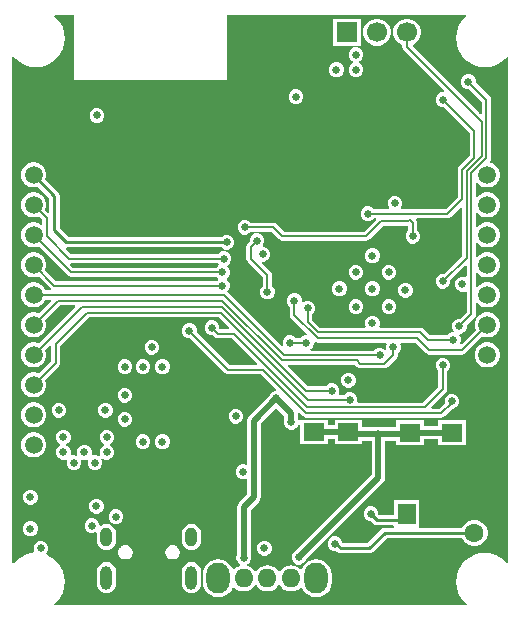
<source format=gbl>
G04*
G04 #@! TF.GenerationSoftware,Altium Limited,Altium Designer,22.11.1 (43)*
G04*
G04 Layer_Physical_Order=4*
G04 Layer_Color=16711680*
%FSLAX25Y25*%
%MOIN*%
G70*
G04*
G04 #@! TF.SameCoordinates,CE4FA216-54C7-4044-9C64-AD491F851F59*
G04*
G04*
G04 #@! TF.FilePolarity,Positive*
G04*
G01*
G75*
%ADD11C,0.01000*%
%ADD13C,0.00600*%
%ADD82C,0.06299*%
%ADD86R,0.05847X0.06803*%
%ADD87C,0.02000*%
%ADD90O,0.06299X0.06299*%
%ADD91O,0.07874X0.10236*%
%ADD92R,0.06693X0.06693*%
%ADD93C,0.06693*%
%ADD94O,0.03937X0.07874*%
%ADD95O,0.03937X0.06299*%
%ADD96C,0.05906*%
%ADD97C,0.02500*%
%ADD108R,0.06803X0.05847*%
G36*
X151410Y196380D02*
X150678Y195779D01*
X149481Y194321D01*
X148592Y192658D01*
X148045Y190853D01*
X147860Y188976D01*
X148045Y187100D01*
X148592Y185295D01*
X149481Y183632D01*
X150678Y182174D01*
X152136Y180977D01*
X153799Y180088D01*
X155604Y179541D01*
X157480Y179356D01*
X159357Y179541D01*
X161162Y180088D01*
X162825Y180977D01*
X164283Y182174D01*
X164884Y182906D01*
X165354Y182737D01*
Y14113D01*
X164884Y13945D01*
X164283Y14677D01*
X162825Y15873D01*
X161162Y16762D01*
X159357Y17310D01*
X157480Y17494D01*
X155604Y17310D01*
X153799Y16762D01*
X152136Y15873D01*
X150678Y14677D01*
X149481Y13219D01*
X148592Y11556D01*
X148045Y9751D01*
X147860Y7874D01*
X148045Y5997D01*
X148592Y4192D01*
X149481Y2529D01*
X150678Y1071D01*
X151410Y471D01*
X151241Y0D01*
X14113D01*
X13945Y471D01*
X14677Y1071D01*
X15873Y2529D01*
X16762Y4192D01*
X17310Y5997D01*
X17494Y7874D01*
X17310Y9751D01*
X16762Y11556D01*
X15873Y13219D01*
X14677Y14677D01*
X13219Y15873D01*
X11556Y16762D01*
X11385Y16814D01*
X11264Y17299D01*
X11577Y17612D01*
X11950Y18513D01*
Y19487D01*
X11577Y20388D01*
X10888Y21077D01*
X9987Y21450D01*
X9013D01*
X8112Y21077D01*
X7423Y20388D01*
X7050Y19487D01*
Y18513D01*
X7288Y17939D01*
X6976Y17406D01*
X5997Y17310D01*
X4192Y16762D01*
X2529Y15873D01*
X1071Y14677D01*
X471Y13945D01*
X0Y14113D01*
Y182737D01*
X471Y182906D01*
X1071Y182174D01*
X2529Y180977D01*
X4192Y180088D01*
X5997Y179541D01*
X7874Y179356D01*
X9751Y179541D01*
X11556Y180088D01*
X13219Y180977D01*
X14677Y182174D01*
X15873Y183632D01*
X16762Y185295D01*
X17310Y187100D01*
X17494Y188976D01*
X17310Y190853D01*
X16762Y192658D01*
X15873Y194321D01*
X14677Y195779D01*
X13945Y196380D01*
X14113Y196850D01*
X20500D01*
Y175000D01*
X71500D01*
Y196850D01*
X151241D01*
X151410Y196380D01*
D02*
G37*
%LPC*%
G36*
X122099Y195546D02*
X120901D01*
X119745Y195237D01*
X118708Y194638D01*
X117862Y193792D01*
X117263Y192755D01*
X116954Y191599D01*
Y190401D01*
X117263Y189245D01*
X117862Y188208D01*
X118708Y187362D01*
X119745Y186763D01*
X120901Y186453D01*
X122099D01*
X123255Y186763D01*
X124292Y187362D01*
X125138Y188208D01*
X125737Y189245D01*
X126047Y190401D01*
Y191599D01*
X125737Y192755D01*
X125138Y193792D01*
X124292Y194638D01*
X123255Y195237D01*
X122099Y195546D01*
D02*
G37*
G36*
X116047D02*
X106954D01*
Y186453D01*
X116047D01*
Y195546D01*
D02*
G37*
G36*
X114987Y185950D02*
X114013D01*
X113112Y185577D01*
X112423Y184888D01*
X112050Y183987D01*
Y183013D01*
X112423Y182112D01*
X113112Y181423D01*
X113480Y181271D01*
Y180729D01*
X113112Y180577D01*
X112423Y179888D01*
X112050Y178987D01*
Y178013D01*
X112423Y177112D01*
X113112Y176423D01*
X114013Y176050D01*
X114987D01*
X115888Y176423D01*
X116577Y177112D01*
X116950Y178013D01*
Y178987D01*
X116577Y179888D01*
X115888Y180577D01*
X115520Y180729D01*
Y181271D01*
X115888Y181423D01*
X116577Y182112D01*
X116950Y183013D01*
Y183987D01*
X116577Y184888D01*
X115888Y185577D01*
X114987Y185950D01*
D02*
G37*
G36*
X108487Y180950D02*
X107513D01*
X106612Y180577D01*
X105923Y179888D01*
X105550Y178987D01*
Y178013D01*
X105923Y177112D01*
X106612Y176423D01*
X107513Y176050D01*
X108487D01*
X109388Y176423D01*
X110077Y177112D01*
X110450Y178013D01*
Y178987D01*
X110077Y179888D01*
X109388Y180577D01*
X108487Y180950D01*
D02*
G37*
G36*
X94987Y171950D02*
X94013D01*
X93112Y171577D01*
X92423Y170888D01*
X92050Y169987D01*
Y169013D01*
X92423Y168112D01*
X93112Y167423D01*
X94013Y167050D01*
X94987D01*
X95888Y167423D01*
X96577Y168112D01*
X96950Y169013D01*
Y169987D01*
X96577Y170888D01*
X95888Y171577D01*
X94987Y171950D01*
D02*
G37*
G36*
X28656Y165714D02*
X27682D01*
X26781Y165341D01*
X26092Y164652D01*
X25719Y163751D01*
Y162776D01*
X26092Y161876D01*
X26781Y161187D01*
X27682Y160814D01*
X28656D01*
X29557Y161187D01*
X30246Y161876D01*
X30619Y162776D01*
Y163751D01*
X30246Y164652D01*
X29557Y165341D01*
X28656Y165714D01*
D02*
G37*
G36*
X132099Y195546D02*
X130901D01*
X129745Y195237D01*
X128708Y194638D01*
X127862Y193792D01*
X127263Y192755D01*
X126953Y191599D01*
Y190401D01*
X127263Y189245D01*
X127862Y188208D01*
X128708Y187362D01*
X129745Y186763D01*
X129971Y186703D01*
Y186000D01*
X130087Y185415D01*
X130419Y184919D01*
X143887Y171450D01*
X143680Y170950D01*
X143013D01*
X142112Y170577D01*
X141423Y169888D01*
X141050Y168987D01*
Y168013D01*
X141423Y167112D01*
X142112Y166423D01*
X143013Y166050D01*
X143787D01*
X152471Y157367D01*
Y149810D01*
X148919Y146258D01*
X148587Y145762D01*
X148471Y145177D01*
Y136134D01*
X144367Y132029D01*
X129648D01*
X129456Y132491D01*
X129577Y132612D01*
X129950Y133513D01*
Y134487D01*
X129577Y135388D01*
X128888Y136077D01*
X127987Y136450D01*
X127013D01*
X126112Y136077D01*
X125423Y135388D01*
X125050Y134487D01*
Y133513D01*
X125423Y132612D01*
X125544Y132491D01*
X125353Y132029D01*
X120435D01*
X119888Y132577D01*
X118987Y132950D01*
X118013D01*
X117112Y132577D01*
X116423Y131888D01*
X116050Y130987D01*
Y130013D01*
X116423Y129112D01*
X117112Y128423D01*
X118013Y128050D01*
X118987D01*
X119888Y128423D01*
X120435Y128971D01*
X121154D01*
X121346Y128509D01*
X117367Y124529D01*
X90641D01*
X88089Y127081D01*
X87592Y127413D01*
X87007Y127529D01*
X79435D01*
X78888Y128077D01*
X77987Y128450D01*
X77013D01*
X76112Y128077D01*
X75423Y127388D01*
X75050Y126487D01*
Y125513D01*
X75423Y124612D01*
X76112Y123923D01*
X77013Y123550D01*
X77987D01*
X78888Y123923D01*
X79435Y124471D01*
X86374D01*
X88926Y121919D01*
X89422Y121587D01*
X90007Y121471D01*
X118000D01*
X118585Y121587D01*
X119081Y121919D01*
X123634Y126471D01*
X131971D01*
Y124935D01*
X131423Y124388D01*
X131050Y123487D01*
Y122513D01*
X131423Y121612D01*
X132112Y120923D01*
X133013Y120550D01*
X133987D01*
X134888Y120923D01*
X135577Y121612D01*
X135950Y122513D01*
Y123487D01*
X135577Y124388D01*
X135029Y124935D01*
Y127359D01*
X134913Y127944D01*
X134581Y128440D01*
X134513Y128509D01*
X134704Y128971D01*
X145000D01*
X145585Y129087D01*
X146081Y129419D01*
X149409Y132746D01*
X149871Y132554D01*
Y116534D01*
X143787Y110450D01*
X143013D01*
X142112Y110077D01*
X141423Y109388D01*
X141050Y108487D01*
Y107513D01*
X141423Y106612D01*
X142112Y105923D01*
X143013Y105550D01*
X143987D01*
X144888Y105923D01*
X145577Y106612D01*
X145950Y107513D01*
Y108287D01*
X151009Y113346D01*
X151471Y113154D01*
Y109584D01*
X150971Y109250D01*
X150487Y109450D01*
X149513D01*
X148612Y109077D01*
X147923Y108388D01*
X147550Y107487D01*
Y106513D01*
X147923Y105612D01*
X148612Y104923D01*
X149513Y104550D01*
X150487D01*
X150971Y104750D01*
X151471Y104416D01*
Y97633D01*
X149287Y95450D01*
X148513D01*
X147612Y95077D01*
X146923Y94388D01*
X146550Y93487D01*
Y92513D01*
X146923Y91612D01*
X147085Y91450D01*
X146878Y90950D01*
X146513D01*
X145612Y90577D01*
X145065Y90029D01*
X139134D01*
X137081Y92081D01*
X136585Y92413D01*
X136000Y92529D01*
X122584D01*
X122250Y93029D01*
X122450Y93513D01*
Y94487D01*
X122077Y95388D01*
X121388Y96077D01*
X120487Y96450D01*
X119513D01*
X118612Y96077D01*
X117923Y95388D01*
X117550Y94487D01*
Y93513D01*
X117750Y93029D01*
X117416Y92529D01*
X102634D01*
X100029Y95134D01*
Y97065D01*
X100577Y97612D01*
X100950Y98513D01*
Y99487D01*
X100577Y100388D01*
X99888Y101077D01*
X98987Y101450D01*
X98013D01*
X97112Y101077D01*
X96912Y100877D01*
X96765Y100920D01*
X96450Y101122D01*
Y101987D01*
X96077Y102888D01*
X95388Y103577D01*
X94487Y103950D01*
X93513D01*
X92612Y103577D01*
X91923Y102888D01*
X91550Y101987D01*
Y101013D01*
X91923Y100112D01*
X92471Y99565D01*
Y96737D01*
X92587Y96152D01*
X92919Y95656D01*
X98124Y90450D01*
X97917Y89950D01*
X97513D01*
X96612Y89577D01*
X96065Y89029D01*
X94435D01*
X93888Y89577D01*
X92987Y89950D01*
X92013D01*
X91112Y89577D01*
X90423Y88888D01*
X90050Y87987D01*
Y87013D01*
X90186Y86684D01*
X89762Y86401D01*
X71656Y104507D01*
X71640Y104675D01*
X72077Y105112D01*
X72450Y106013D01*
Y106987D01*
X72077Y107888D01*
X71526Y108439D01*
X71437Y108750D01*
X71526Y109061D01*
X72077Y109612D01*
X72450Y110513D01*
Y111487D01*
X72077Y112388D01*
X71672Y112793D01*
X71790Y113382D01*
X71888Y113423D01*
X72577Y114112D01*
X72950Y115013D01*
Y115987D01*
X72577Y116888D01*
X71888Y117577D01*
X70987Y117950D01*
X70013D01*
X69112Y117577D01*
X68565Y117029D01*
X19634D01*
X17883Y118780D01*
X17940Y119019D01*
X18103Y119267D01*
X69769D01*
X70112Y118923D01*
X71013Y118550D01*
X71987D01*
X72888Y118923D01*
X73577Y119612D01*
X73950Y120513D01*
Y121487D01*
X73577Y122388D01*
X72888Y123077D01*
X71987Y123450D01*
X71013D01*
X70112Y123077D01*
X69769Y122733D01*
X18718D01*
X15733Y125718D01*
Y136512D01*
X15601Y137175D01*
X15226Y137737D01*
X10995Y141968D01*
X11239Y142878D01*
Y143972D01*
X10956Y145028D01*
X10410Y145975D01*
X9636Y146748D01*
X8689Y147295D01*
X7633Y147578D01*
X6540D01*
X5484Y147295D01*
X4537Y146748D01*
X3764Y145975D01*
X3217Y145028D01*
X2934Y143972D01*
Y142878D01*
X3217Y141822D01*
X3764Y140875D01*
X4537Y140102D01*
X5484Y139556D01*
X6540Y139272D01*
X7633D01*
X8544Y139516D01*
X12267Y135794D01*
Y131061D01*
X11805Y130870D01*
X10918Y131756D01*
X10956Y131822D01*
X11239Y132878D01*
Y133972D01*
X10956Y135028D01*
X10410Y135975D01*
X9636Y136748D01*
X8689Y137295D01*
X7633Y137578D01*
X6540D01*
X5484Y137295D01*
X4537Y136748D01*
X3764Y135975D01*
X3217Y135028D01*
X2934Y133972D01*
Y132878D01*
X3217Y131822D01*
X3764Y130875D01*
X4537Y130102D01*
X5484Y129555D01*
X6540Y129272D01*
X7633D01*
X8689Y129555D01*
X8755Y129594D01*
X9971Y128378D01*
Y127072D01*
X9471Y126844D01*
X8689Y127295D01*
X7633Y127578D01*
X6540D01*
X5484Y127295D01*
X4537Y126748D01*
X3764Y125975D01*
X3217Y125028D01*
X2934Y123972D01*
Y122879D01*
X3217Y121822D01*
X3764Y120875D01*
X4537Y120102D01*
X5484Y119555D01*
X6540Y119272D01*
X7633D01*
X8689Y119555D01*
X8755Y119594D01*
X18430Y109919D01*
X18926Y109587D01*
X19512Y109471D01*
X68065D01*
X68474Y109061D01*
X68563Y108750D01*
X68474Y108439D01*
X68065Y108029D01*
X14645D01*
X10918Y111756D01*
X10956Y111822D01*
X11239Y112879D01*
Y113972D01*
X10956Y115028D01*
X10410Y115975D01*
X9636Y116748D01*
X8689Y117295D01*
X7633Y117578D01*
X6540D01*
X5484Y117295D01*
X4537Y116748D01*
X3764Y115975D01*
X3217Y115028D01*
X2934Y113972D01*
Y112879D01*
X3217Y111822D01*
X3764Y110875D01*
X4537Y110102D01*
X5484Y109555D01*
X6540Y109273D01*
X7633D01*
X8689Y109555D01*
X8755Y109593D01*
X12894Y105455D01*
X12879Y105302D01*
X12725Y104955D01*
X10976D01*
X10956Y105028D01*
X10410Y105975D01*
X9636Y106748D01*
X8689Y107295D01*
X7633Y107578D01*
X6540D01*
X5484Y107295D01*
X4537Y106748D01*
X3764Y105975D01*
X3217Y105028D01*
X2934Y103972D01*
Y102878D01*
X3217Y101822D01*
X3764Y100875D01*
X4537Y100102D01*
X5484Y99555D01*
X6540Y99273D01*
X7633D01*
X8689Y99555D01*
X9636Y100102D01*
X10410Y100875D01*
X10956Y101822D01*
X10976Y101896D01*
X12741D01*
X12932Y101434D01*
X8755Y97257D01*
X8689Y97295D01*
X7633Y97578D01*
X6540D01*
X5484Y97295D01*
X4537Y96748D01*
X3764Y95975D01*
X3217Y95028D01*
X2934Y93972D01*
Y92879D01*
X3217Y91822D01*
X3764Y90875D01*
X4537Y90102D01*
X5484Y89556D01*
X6540Y89272D01*
X7633D01*
X8689Y89556D01*
X9636Y90102D01*
X10410Y90875D01*
X10956Y91822D01*
X11239Y92879D01*
Y93972D01*
X10956Y95028D01*
X10918Y95094D01*
X15795Y99971D01*
X20816D01*
X21007Y99509D01*
X8755Y87257D01*
X8689Y87295D01*
X7633Y87578D01*
X6540D01*
X5484Y87295D01*
X4537Y86748D01*
X3764Y85975D01*
X3217Y85028D01*
X2934Y83972D01*
Y82879D01*
X3217Y81822D01*
X3764Y80875D01*
X4537Y80102D01*
X5484Y79555D01*
X6540Y79273D01*
X7633D01*
X8689Y79555D01*
X9636Y80102D01*
X10410Y80875D01*
X10956Y81822D01*
X11239Y82879D01*
Y83972D01*
X10956Y85028D01*
X10918Y85094D01*
X12471Y86646D01*
X12971Y86439D01*
Y81472D01*
X8755Y77257D01*
X8689Y77295D01*
X7633Y77578D01*
X6540D01*
X5484Y77295D01*
X4537Y76748D01*
X3764Y75975D01*
X3217Y75028D01*
X2934Y73972D01*
Y72878D01*
X3217Y71822D01*
X3764Y70875D01*
X4537Y70102D01*
X5484Y69555D01*
X6540Y69273D01*
X7633D01*
X8689Y69555D01*
X9636Y70102D01*
X10410Y70875D01*
X10956Y71822D01*
X11239Y72878D01*
Y73972D01*
X10956Y75028D01*
X10918Y75094D01*
X15581Y79757D01*
X15913Y80253D01*
X16029Y80839D01*
Y86366D01*
X25633Y95971D01*
X68841D01*
X72320Y92491D01*
X72129Y92029D01*
X69134D01*
X68950Y92213D01*
Y92987D01*
X68577Y93888D01*
X67888Y94577D01*
X66987Y94950D01*
X66013D01*
X65112Y94577D01*
X64423Y93888D01*
X64050Y92987D01*
Y92013D01*
X64423Y91112D01*
X65112Y90423D01*
X66013Y90050D01*
X66787D01*
X67419Y89419D01*
X67915Y89087D01*
X68500Y88971D01*
X73129D01*
X81608Y80491D01*
X81417Y80029D01*
X72633D01*
X61450Y91213D01*
Y91987D01*
X61077Y92888D01*
X60388Y93577D01*
X59487Y93950D01*
X58513D01*
X57612Y93577D01*
X56923Y92888D01*
X56550Y91987D01*
Y91013D01*
X56923Y90112D01*
X57612Y89423D01*
X58513Y89050D01*
X59287D01*
X70919Y77419D01*
X71415Y77087D01*
X72000Y76971D01*
X82867D01*
X87925Y71912D01*
X87734Y71450D01*
X87513D01*
X86612Y71077D01*
X85923Y70388D01*
X85716Y69888D01*
X78914Y63086D01*
X78428Y62358D01*
X78257Y61500D01*
Y47060D01*
X77841Y46783D01*
X77437Y46950D01*
X76463D01*
X75562Y46577D01*
X74873Y45888D01*
X74500Y44987D01*
Y44013D01*
X74873Y43112D01*
X75562Y42423D01*
X76463Y42050D01*
X77437D01*
X77841Y42217D01*
X78257Y41939D01*
Y36929D01*
X75540Y34212D01*
X75054Y33484D01*
X74883Y32626D01*
Y16861D01*
X74676Y16361D01*
Y15387D01*
X75049Y14486D01*
X75738Y13797D01*
X75911Y13725D01*
X75944Y13527D01*
X75886Y13194D01*
X74932Y12799D01*
X74024Y12102D01*
X73940Y11992D01*
X73444Y12058D01*
X73148Y12772D01*
X72325Y13845D01*
X71252Y14668D01*
X70002Y15186D01*
X68661Y15362D01*
X67320Y15186D01*
X66070Y14668D01*
X64997Y13845D01*
X64174Y12772D01*
X63656Y11522D01*
X63480Y10181D01*
Y7819D01*
X63656Y6478D01*
X64174Y5228D01*
X64997Y4155D01*
X66070Y3332D01*
X67320Y2814D01*
X68661Y2638D01*
X70002Y2814D01*
X71252Y3332D01*
X72325Y4155D01*
X73148Y5228D01*
X73444Y5942D01*
X73940Y6008D01*
X74024Y5898D01*
X74932Y5201D01*
X75990Y4762D01*
X77126Y4613D01*
X78262Y4762D01*
X79320Y5201D01*
X80228Y5898D01*
X80761Y6593D01*
X80798Y6611D01*
X81328D01*
X81365Y6593D01*
X81898Y5898D01*
X82806Y5201D01*
X83864Y4762D01*
X85000Y4613D01*
X86136Y4762D01*
X87194Y5201D01*
X88102Y5898D01*
X88635Y6593D01*
X88672Y6611D01*
X89202D01*
X89239Y6593D01*
X89772Y5898D01*
X90680Y5201D01*
X91738Y4762D01*
X92874Y4613D01*
X94010Y4762D01*
X95068Y5201D01*
X95976Y5898D01*
X96060Y6008D01*
X96556Y5942D01*
X96852Y5228D01*
X97675Y4155D01*
X98748Y3332D01*
X99998Y2814D01*
X101339Y2638D01*
X102680Y2814D01*
X103930Y3332D01*
X105003Y4155D01*
X105826Y5228D01*
X106344Y6478D01*
X106520Y7819D01*
Y10181D01*
X106344Y11522D01*
X105826Y12772D01*
X105003Y13845D01*
X103930Y14668D01*
X102680Y15186D01*
X101339Y15362D01*
X99998Y15186D01*
X98748Y14668D01*
X97675Y13845D01*
X96852Y12772D01*
X96556Y12058D01*
X96060Y11992D01*
X95976Y12102D01*
X95068Y12799D01*
X94010Y13238D01*
X92874Y13387D01*
X91738Y13238D01*
X90680Y12799D01*
X89772Y12102D01*
X89239Y11407D01*
X89202Y11389D01*
X88672D01*
X88635Y11407D01*
X88102Y12102D01*
X87194Y12799D01*
X86136Y13238D01*
X85000Y13387D01*
X83864Y13238D01*
X82806Y12799D01*
X81898Y12102D01*
X81365Y11407D01*
X81328Y11389D01*
X80798D01*
X80761Y11407D01*
X80228Y12102D01*
X79320Y12799D01*
X78366Y13194D01*
X78308Y13526D01*
X78341Y13725D01*
X78514Y13797D01*
X79203Y14486D01*
X79576Y15387D01*
Y16361D01*
X79369Y16861D01*
Y31697D01*
X82086Y34414D01*
X82572Y35142D01*
X82743Y36000D01*
Y60571D01*
X88000Y65828D01*
X90661Y63166D01*
Y61756D01*
X90550Y61487D01*
Y60513D01*
X90923Y59612D01*
X91612Y58923D01*
X92513Y58550D01*
X93487D01*
X94388Y58923D01*
X95077Y59612D01*
X95398Y60388D01*
X95898Y60289D01*
Y53647D01*
X105102D01*
Y55527D01*
X107398D01*
Y53647D01*
X116602D01*
Y54853D01*
X119757D01*
Y43429D01*
X94612Y18284D01*
X94112Y18077D01*
X93423Y17388D01*
X93050Y16487D01*
Y15513D01*
X93423Y14612D01*
X94112Y13923D01*
X95013Y13550D01*
X95987D01*
X96888Y13923D01*
X97577Y14612D01*
X97784Y15112D01*
X123586Y40914D01*
X124072Y41642D01*
X124243Y42500D01*
Y54853D01*
X127899D01*
Y53377D01*
X137101D01*
Y55257D01*
X141899D01*
Y53377D01*
X151102D01*
Y61623D01*
X141899D01*
Y59743D01*
X137101D01*
Y61623D01*
X127899D01*
Y59339D01*
X122756D01*
X122487Y59450D01*
X121513D01*
X121244Y59339D01*
X116602D01*
Y61893D01*
X107398D01*
Y60013D01*
X105102D01*
Y61893D01*
X95898D01*
Y61711D01*
X95398Y61612D01*
X95147Y62218D01*
Y63983D01*
X95581Y64256D01*
X96919Y62919D01*
X97415Y62587D01*
X98000Y62471D01*
X143000D01*
X143585Y62587D01*
X144081Y62919D01*
X146713Y65550D01*
X146987D01*
X147888Y65923D01*
X148577Y66612D01*
X148950Y67513D01*
Y68487D01*
X148577Y69388D01*
X147888Y70077D01*
X146987Y70450D01*
X146013D01*
X145112Y70077D01*
X144423Y69388D01*
X144050Y68487D01*
Y67513D01*
X144138Y67301D01*
X142367Y65529D01*
X139846D01*
X139654Y65991D01*
X144581Y70919D01*
X144913Y71415D01*
X145029Y72000D01*
Y78065D01*
X145577Y78612D01*
X145950Y79513D01*
Y80487D01*
X145577Y81388D01*
X144888Y82077D01*
X143987Y82450D01*
X143013D01*
X142112Y82077D01*
X141423Y81388D01*
X141050Y80487D01*
Y79513D01*
X141423Y78612D01*
X141971Y78065D01*
Y72633D01*
X136866Y67529D01*
X115200D01*
X114922Y67945D01*
X114950Y68013D01*
Y68987D01*
X114577Y69888D01*
X113888Y70577D01*
X112987Y70950D01*
X112013D01*
X111112Y70577D01*
X110565Y70029D01*
X109084D01*
X108750Y70529D01*
X108950Y71013D01*
Y71987D01*
X108577Y72888D01*
X107888Y73577D01*
X106987Y73950D01*
X106013D01*
X105112Y73577D01*
X104565Y73029D01*
X98371D01*
X91621Y79779D01*
X91813Y80241D01*
X114096D01*
X114919Y79419D01*
X115415Y79087D01*
X116000Y78971D01*
X124000D01*
X124585Y79087D01*
X125081Y79419D01*
X128081Y82419D01*
X128413Y82915D01*
X128529Y83500D01*
Y84065D01*
X129077Y84612D01*
X129450Y85513D01*
Y86487D01*
X129250Y86971D01*
X129584Y87471D01*
X134367D01*
X137919Y83919D01*
X138415Y83587D01*
X139000Y83471D01*
X149843D01*
X150428Y83587D01*
X150924Y83919D01*
X156599Y89593D01*
X156665Y89556D01*
X157721Y89272D01*
X158814D01*
X159871Y89556D01*
X160818Y90102D01*
X161591Y90875D01*
X162137Y91822D01*
X162420Y92879D01*
Y93972D01*
X162137Y95028D01*
X161591Y95975D01*
X160818Y96748D01*
X159871Y97295D01*
X158814Y97578D01*
X157721D01*
X156665Y97295D01*
X155718Y96748D01*
X154945Y95975D01*
X154398Y95028D01*
X154115Y93972D01*
Y92879D01*
X154398Y91822D01*
X154436Y91756D01*
X149548Y86869D01*
X149497Y86879D01*
X149215Y87445D01*
X149450Y88013D01*
Y88987D01*
X149077Y89888D01*
X148915Y90050D01*
X149122Y90550D01*
X149487D01*
X150388Y90923D01*
X151077Y91612D01*
X151450Y92513D01*
Y93287D01*
X154081Y95919D01*
X154413Y96415D01*
X154529Y97000D01*
Y100671D01*
X155029Y100791D01*
X155718Y100102D01*
X156665Y99555D01*
X157721Y99273D01*
X158814D01*
X159871Y99555D01*
X160818Y100102D01*
X161591Y100875D01*
X162137Y101822D01*
X162420Y102878D01*
Y103972D01*
X162137Y105028D01*
X161591Y105975D01*
X160818Y106748D01*
X159871Y107295D01*
X158814Y107578D01*
X157721D01*
X156665Y107295D01*
X155718Y106748D01*
X155029Y106060D01*
X154529Y106180D01*
Y110671D01*
X155029Y110791D01*
X155718Y110102D01*
X156665Y109555D01*
X157721Y109273D01*
X158814D01*
X159871Y109555D01*
X160818Y110102D01*
X161591Y110875D01*
X162137Y111822D01*
X162420Y112879D01*
Y113972D01*
X162137Y115028D01*
X161591Y115975D01*
X160818Y116748D01*
X159871Y117295D01*
X158814Y117578D01*
X157721D01*
X156665Y117295D01*
X155718Y116748D01*
X155029Y116060D01*
X154529Y116180D01*
Y120671D01*
X155029Y120791D01*
X155718Y120102D01*
X156665Y119555D01*
X157721Y119272D01*
X158814D01*
X159871Y119555D01*
X160818Y120102D01*
X161591Y120875D01*
X162137Y121822D01*
X162420Y122879D01*
Y123972D01*
X162137Y125028D01*
X161591Y125975D01*
X160818Y126748D01*
X159871Y127295D01*
X158814Y127578D01*
X157721D01*
X156665Y127295D01*
X155718Y126748D01*
X155029Y126060D01*
X154529Y126180D01*
Y130671D01*
X155029Y130791D01*
X155718Y130102D01*
X156665Y129555D01*
X157721Y129272D01*
X158814D01*
X159871Y129555D01*
X160818Y130102D01*
X161591Y130875D01*
X162137Y131822D01*
X162420Y132878D01*
Y133972D01*
X162137Y135028D01*
X161591Y135975D01*
X160818Y136748D01*
X159871Y137295D01*
X158814Y137578D01*
X157721D01*
X156665Y137295D01*
X155718Y136748D01*
X155029Y136060D01*
X154529Y136180D01*
Y140671D01*
X155029Y140791D01*
X155718Y140102D01*
X156665Y139556D01*
X157721Y139272D01*
X158814D01*
X159871Y139556D01*
X160818Y140102D01*
X161591Y140875D01*
X162137Y141822D01*
X162420Y142878D01*
Y143972D01*
X162137Y145028D01*
X161591Y145975D01*
X160818Y146748D01*
X159871Y147295D01*
X159366Y147430D01*
X159279Y147559D01*
X159179Y147998D01*
X159413Y148349D01*
X159529Y148934D01*
Y168500D01*
X159413Y169085D01*
X159081Y169581D01*
X154450Y174213D01*
Y174987D01*
X154077Y175888D01*
X153388Y176577D01*
X152487Y176950D01*
X151513D01*
X150612Y176577D01*
X149923Y175888D01*
X149550Y174987D01*
Y174013D01*
X149923Y173112D01*
X150612Y172423D01*
X151513Y172050D01*
X152287D01*
X156471Y167867D01*
Y163846D01*
X156009Y163654D01*
X133383Y186280D01*
X133363Y186357D01*
X133478Y186892D01*
X134292Y187362D01*
X135138Y188208D01*
X135737Y189245D01*
X136047Y190401D01*
Y191599D01*
X135737Y192755D01*
X135138Y193792D01*
X134292Y194638D01*
X133255Y195237D01*
X132099Y195546D01*
D02*
G37*
G36*
X120487Y118950D02*
X119513D01*
X118612Y118577D01*
X117923Y117888D01*
X117550Y116987D01*
Y116013D01*
X117923Y115112D01*
X118612Y114423D01*
X119513Y114050D01*
X120487D01*
X121388Y114423D01*
X122077Y115112D01*
X122450Y116013D01*
Y116987D01*
X122077Y117888D01*
X121388Y118577D01*
X120487Y118950D01*
D02*
G37*
G36*
X125987Y113450D02*
X125013D01*
X124112Y113077D01*
X123423Y112388D01*
X123050Y111487D01*
Y110513D01*
X123423Y109612D01*
X124112Y108923D01*
X125013Y108550D01*
X125987D01*
X126888Y108923D01*
X127577Y109612D01*
X127950Y110513D01*
Y111487D01*
X127577Y112388D01*
X126888Y113077D01*
X125987Y113450D01*
D02*
G37*
G36*
X114987D02*
X114013D01*
X113112Y113077D01*
X112423Y112388D01*
X112050Y111487D01*
Y110513D01*
X112423Y109612D01*
X113112Y108923D01*
X114013Y108550D01*
X114987D01*
X115888Y108923D01*
X116577Y109612D01*
X116950Y110513D01*
Y111487D01*
X116577Y112388D01*
X115888Y113077D01*
X114987Y113450D01*
D02*
G37*
G36*
X120487Y107950D02*
X119512D01*
X118612Y107577D01*
X117923Y106888D01*
X117550Y105987D01*
Y105013D01*
X117923Y104112D01*
X118612Y103423D01*
X119512Y103050D01*
X120487D01*
X121387Y103423D01*
X122077Y104112D01*
X122450Y105013D01*
Y105987D01*
X122077Y106888D01*
X121387Y107577D01*
X120487Y107950D01*
D02*
G37*
G36*
X109487D02*
X108513D01*
X107612Y107577D01*
X106923Y106888D01*
X106550Y105987D01*
Y105013D01*
X106923Y104112D01*
X107612Y103423D01*
X108513Y103050D01*
X109487D01*
X110388Y103423D01*
X111077Y104112D01*
X111450Y105013D01*
Y105987D01*
X111077Y106888D01*
X110388Y107577D01*
X109487Y107950D01*
D02*
G37*
G36*
X131487Y107450D02*
X130513D01*
X129612Y107077D01*
X128923Y106388D01*
X128550Y105487D01*
Y104513D01*
X128923Y103612D01*
X129612Y102923D01*
X130513Y102550D01*
X131487D01*
X132388Y102923D01*
X133077Y103612D01*
X133450Y104513D01*
Y105487D01*
X133077Y106388D01*
X132388Y107077D01*
X131487Y107450D01*
D02*
G37*
G36*
X81987Y123950D02*
X81013D01*
X80112Y123577D01*
X79423Y122888D01*
X79050Y121987D01*
Y121213D01*
X78419Y120581D01*
X78087Y120085D01*
X77971Y119500D01*
Y115507D01*
X78087Y114922D01*
X78419Y114426D01*
X83471Y109374D01*
Y106435D01*
X82923Y105888D01*
X82550Y104987D01*
Y104013D01*
X82923Y103112D01*
X83612Y102423D01*
X84513Y102050D01*
X85487D01*
X86388Y102423D01*
X87077Y103112D01*
X87450Y104013D01*
Y104987D01*
X87077Y105888D01*
X86529Y106435D01*
Y110007D01*
X86413Y110592D01*
X86081Y111089D01*
X83120Y114050D01*
X83327Y114550D01*
X83987D01*
X84888Y114923D01*
X85577Y115612D01*
X85950Y116513D01*
Y117487D01*
X85577Y118388D01*
X84888Y119077D01*
X83987Y119450D01*
X83622D01*
X83415Y119950D01*
X83577Y120112D01*
X83950Y121013D01*
Y121987D01*
X83577Y122888D01*
X82888Y123577D01*
X81987Y123950D01*
D02*
G37*
G36*
X125987Y101950D02*
X125013D01*
X124112Y101577D01*
X123423Y100888D01*
X123050Y99987D01*
Y99013D01*
X123423Y98112D01*
X124112Y97423D01*
X125013Y97050D01*
X125987D01*
X126888Y97423D01*
X127577Y98112D01*
X127950Y99013D01*
Y99987D01*
X127577Y100888D01*
X126888Y101577D01*
X125987Y101950D01*
D02*
G37*
G36*
X114987D02*
X114013D01*
X113112Y101577D01*
X112423Y100888D01*
X112050Y99987D01*
Y99013D01*
X112423Y98112D01*
X113112Y97423D01*
X114013Y97050D01*
X114987D01*
X115888Y97423D01*
X116577Y98112D01*
X116950Y99013D01*
Y99987D01*
X116577Y100888D01*
X115888Y101577D01*
X114987Y101950D01*
D02*
G37*
G36*
X46987Y88450D02*
X46013D01*
X45112Y88077D01*
X44423Y87388D01*
X44050Y86487D01*
Y85513D01*
X44423Y84612D01*
X45112Y83923D01*
X46013Y83550D01*
X46987D01*
X47888Y83923D01*
X48577Y84612D01*
X48950Y85513D01*
Y86487D01*
X48577Y87388D01*
X47888Y88077D01*
X46987Y88450D01*
D02*
G37*
G36*
X158814Y87578D02*
X157721D01*
X156665Y87295D01*
X155718Y86748D01*
X154945Y85975D01*
X154398Y85028D01*
X154115Y83972D01*
Y82879D01*
X154398Y81822D01*
X154945Y80875D01*
X155718Y80102D01*
X156665Y79555D01*
X157721Y79273D01*
X158814D01*
X159871Y79555D01*
X160818Y80102D01*
X161591Y80875D01*
X162137Y81822D01*
X162420Y82879D01*
Y83972D01*
X162137Y85028D01*
X161591Y85975D01*
X160818Y86748D01*
X159871Y87295D01*
X158814Y87578D01*
D02*
G37*
G36*
X50487Y81950D02*
X49513D01*
X48612Y81577D01*
X47923Y80888D01*
X47550Y79987D01*
Y79013D01*
X47923Y78112D01*
X48612Y77423D01*
X49513Y77050D01*
X50487D01*
X51388Y77423D01*
X52077Y78112D01*
X52450Y79013D01*
Y79987D01*
X52077Y80888D01*
X51388Y81577D01*
X50487Y81950D01*
D02*
G37*
G36*
X43987D02*
X43013D01*
X42112Y81577D01*
X41423Y80888D01*
X41050Y79987D01*
Y79013D01*
X41423Y78112D01*
X42112Y77423D01*
X43013Y77050D01*
X43987D01*
X44888Y77423D01*
X45577Y78112D01*
X45950Y79013D01*
Y79987D01*
X45577Y80888D01*
X44888Y81577D01*
X43987Y81950D01*
D02*
G37*
G36*
X37987D02*
X37013D01*
X36112Y81577D01*
X35423Y80888D01*
X35050Y79987D01*
Y79013D01*
X35423Y78112D01*
X36112Y77423D01*
X37013Y77050D01*
X37987D01*
X38888Y77423D01*
X39577Y78112D01*
X39950Y79013D01*
Y79987D01*
X39577Y80888D01*
X38888Y81577D01*
X37987Y81950D01*
D02*
G37*
G36*
X112487Y77450D02*
X111513D01*
X110612Y77077D01*
X109923Y76388D01*
X109550Y75487D01*
Y74513D01*
X109923Y73612D01*
X110612Y72923D01*
X111513Y72550D01*
X112487D01*
X113388Y72923D01*
X114077Y73612D01*
X114450Y74513D01*
Y75487D01*
X114077Y76388D01*
X113388Y77077D01*
X112487Y77450D01*
D02*
G37*
G36*
X37987Y72450D02*
X37013D01*
X36112Y72077D01*
X35423Y71388D01*
X35050Y70487D01*
Y69513D01*
X35423Y68612D01*
X36112Y67923D01*
X37013Y67550D01*
X37987D01*
X38888Y67923D01*
X39577Y68612D01*
X39950Y69513D01*
Y70487D01*
X39577Y71388D01*
X38888Y72077D01*
X37987Y72450D01*
D02*
G37*
G36*
X31487Y67450D02*
X30513D01*
X29612Y67077D01*
X28923Y66388D01*
X28550Y65487D01*
Y64513D01*
X28923Y63612D01*
X29612Y62923D01*
X30513Y62550D01*
X31487D01*
X32388Y62923D01*
X33077Y63612D01*
X33450Y64513D01*
Y65487D01*
X33077Y66388D01*
X32388Y67077D01*
X31487Y67450D01*
D02*
G37*
G36*
X15987D02*
X15013D01*
X14112Y67077D01*
X13423Y66388D01*
X13050Y65487D01*
Y64513D01*
X13423Y63612D01*
X14112Y62923D01*
X15013Y62550D01*
X15987D01*
X16888Y62923D01*
X17577Y63612D01*
X17950Y64513D01*
Y65487D01*
X17577Y66388D01*
X16888Y67077D01*
X15987Y67450D01*
D02*
G37*
G36*
X74987Y65450D02*
X74013D01*
X73112Y65077D01*
X72423Y64388D01*
X72050Y63487D01*
Y62513D01*
X72423Y61612D01*
X73112Y60923D01*
X74013Y60550D01*
X74987D01*
X75888Y60923D01*
X76577Y61612D01*
X76950Y62513D01*
Y63487D01*
X76577Y64388D01*
X75888Y65077D01*
X74987Y65450D01*
D02*
G37*
G36*
X37987Y64450D02*
X37013D01*
X36112Y64077D01*
X35423Y63388D01*
X35050Y62487D01*
Y61513D01*
X35423Y60612D01*
X36112Y59923D01*
X37013Y59550D01*
X37987D01*
X38888Y59923D01*
X39577Y60612D01*
X39950Y61513D01*
Y62487D01*
X39577Y63388D01*
X38888Y64077D01*
X37987Y64450D01*
D02*
G37*
G36*
X7633Y67578D02*
X6540D01*
X5484Y67295D01*
X4537Y66748D01*
X3764Y65975D01*
X3217Y65028D01*
X2934Y63972D01*
Y62879D01*
X3217Y61822D01*
X3764Y60875D01*
X4537Y60102D01*
X5484Y59556D01*
X6540Y59272D01*
X7633D01*
X8689Y59556D01*
X9636Y60102D01*
X10410Y60875D01*
X10956Y61822D01*
X11239Y62879D01*
Y63972D01*
X10956Y65028D01*
X10410Y65975D01*
X9636Y66748D01*
X8689Y67295D01*
X7633Y67578D01*
D02*
G37*
G36*
X50487Y56950D02*
X49513D01*
X48612Y56577D01*
X47923Y55888D01*
X47550Y54987D01*
Y54013D01*
X47923Y53112D01*
X48612Y52423D01*
X49513Y52050D01*
X50487D01*
X51388Y52423D01*
X52077Y53112D01*
X52450Y54013D01*
Y54987D01*
X52077Y55888D01*
X51388Y56577D01*
X50487Y56950D01*
D02*
G37*
G36*
X43987D02*
X43013D01*
X42112Y56577D01*
X41423Y55888D01*
X41050Y54987D01*
Y54013D01*
X41423Y53112D01*
X42112Y52423D01*
X43013Y52050D01*
X43987D01*
X44888Y52423D01*
X45577Y53112D01*
X45950Y54013D01*
Y54987D01*
X45577Y55888D01*
X44888Y56577D01*
X43987Y56950D01*
D02*
G37*
G36*
X31987Y58450D02*
X31013D01*
X30112Y58077D01*
X29423Y57388D01*
X29050Y56487D01*
Y55513D01*
X29423Y54612D01*
X30112Y53923D01*
X30480Y53771D01*
Y53229D01*
X30112Y53077D01*
X29423Y52388D01*
X29050Y51487D01*
Y50513D01*
X29326Y49846D01*
X28902Y49562D01*
X28888Y49577D01*
X27987Y49950D01*
X27013D01*
X26705Y49823D01*
X26323Y50205D01*
X26450Y50513D01*
Y51487D01*
X26077Y52388D01*
X25388Y53077D01*
X24487Y53450D01*
X23513D01*
X22612Y53077D01*
X21923Y52388D01*
X21550Y51487D01*
Y50513D01*
X21677Y50205D01*
X21295Y49823D01*
X20987Y49950D01*
X20013D01*
X19705Y49823D01*
X19323Y50205D01*
X19450Y50513D01*
Y51487D01*
X19077Y52388D01*
X18388Y53077D01*
X18020Y53229D01*
Y53771D01*
X18388Y53923D01*
X19077Y54612D01*
X19450Y55513D01*
Y56487D01*
X19077Y57388D01*
X18388Y58077D01*
X17487Y58450D01*
X16513D01*
X15612Y58077D01*
X14923Y57388D01*
X14550Y56487D01*
Y55513D01*
X14923Y54612D01*
X15612Y53923D01*
X15980Y53771D01*
Y53229D01*
X15612Y53077D01*
X14923Y52388D01*
X14550Y51487D01*
Y50513D01*
X14923Y49612D01*
X15612Y48923D01*
X16513Y48550D01*
X17487D01*
X17795Y48677D01*
X18177Y48295D01*
X18050Y47987D01*
Y47013D01*
X18423Y46112D01*
X19112Y45423D01*
X20013Y45050D01*
X20987D01*
X21888Y45423D01*
X22577Y46112D01*
X22950Y47013D01*
Y47987D01*
X22823Y48295D01*
X23205Y48677D01*
X23513Y48550D01*
X24487D01*
X24795Y48677D01*
X25177Y48295D01*
X25050Y47987D01*
Y47013D01*
X25423Y46112D01*
X26112Y45423D01*
X27013Y45050D01*
X27987D01*
X28888Y45423D01*
X29577Y46112D01*
X29950Y47013D01*
Y47987D01*
X29674Y48654D01*
X30098Y48938D01*
X30112Y48923D01*
X31013Y48550D01*
X31987D01*
X32888Y48923D01*
X33577Y49612D01*
X33950Y50513D01*
Y51487D01*
X33577Y52388D01*
X32888Y53077D01*
X32520Y53229D01*
Y53771D01*
X32888Y53923D01*
X33577Y54612D01*
X33950Y55513D01*
Y56487D01*
X33577Y57388D01*
X32888Y58077D01*
X31987Y58450D01*
D02*
G37*
G36*
X7633Y57578D02*
X6540D01*
X5484Y57295D01*
X4537Y56748D01*
X3764Y55975D01*
X3217Y55028D01*
X2934Y53972D01*
Y52878D01*
X3217Y51822D01*
X3764Y50875D01*
X4537Y50102D01*
X5484Y49556D01*
X6540Y49272D01*
X7633D01*
X8689Y49556D01*
X9636Y50102D01*
X10410Y50875D01*
X10956Y51822D01*
X11239Y52878D01*
Y53972D01*
X10956Y55028D01*
X10410Y55975D01*
X9636Y56748D01*
X8689Y57295D01*
X7633Y57578D01*
D02*
G37*
G36*
X6487Y38450D02*
X5513D01*
X4612Y38077D01*
X3923Y37388D01*
X3550Y36487D01*
Y35513D01*
X3923Y34612D01*
X4612Y33923D01*
X5513Y33550D01*
X6487D01*
X7388Y33923D01*
X8077Y34612D01*
X8450Y35513D01*
Y36487D01*
X8077Y37388D01*
X7388Y38077D01*
X6487Y38450D01*
D02*
G37*
G36*
X28487Y35450D02*
X27513D01*
X26612Y35077D01*
X25923Y34388D01*
X25550Y33487D01*
Y32513D01*
X25923Y31612D01*
X26612Y30923D01*
X27513Y30550D01*
X28487D01*
X29388Y30923D01*
X30077Y31612D01*
X30450Y32513D01*
Y33487D01*
X30077Y34388D01*
X29388Y35077D01*
X28487Y35450D01*
D02*
G37*
G36*
X135583Y35102D02*
X127337D01*
Y30233D01*
X122218D01*
X121950Y30501D01*
Y30987D01*
X121577Y31888D01*
X120888Y32577D01*
X119987Y32950D01*
X119013D01*
X118112Y32577D01*
X117423Y31888D01*
X117050Y30987D01*
Y30013D01*
X117423Y29112D01*
X118112Y28423D01*
X119013Y28050D01*
X119499D01*
X120274Y27274D01*
X120837Y26899D01*
X121500Y26767D01*
X126983D01*
X127337Y26413D01*
X127337Y25899D01*
X126866Y25828D01*
X124095D01*
X123432Y25696D01*
X122869Y25321D01*
X118282Y20733D01*
X110124D01*
X109950Y20907D01*
Y20987D01*
X109577Y21888D01*
X108888Y22577D01*
X107987Y22950D01*
X107013D01*
X106112Y22577D01*
X105423Y21888D01*
X105050Y20987D01*
Y20013D01*
X105423Y19112D01*
X106112Y18423D01*
X107013Y18050D01*
X107905D01*
X108180Y17774D01*
X108743Y17399D01*
X109406Y17267D01*
X119000D01*
X119663Y17399D01*
X120226Y17774D01*
X124813Y22362D01*
X149998D01*
X150540Y21424D01*
X151350Y20615D01*
X152341Y20042D01*
X153448Y19745D01*
X154593D01*
X155699Y20042D01*
X156691Y20615D01*
X157501Y21424D01*
X158073Y22416D01*
X158370Y23522D01*
Y24668D01*
X158073Y25774D01*
X157501Y26766D01*
X156691Y27575D01*
X155699Y28148D01*
X154593Y28445D01*
X153448D01*
X152341Y28148D01*
X151350Y27575D01*
X150540Y26766D01*
X149998Y25828D01*
X136054D01*
X135583Y25899D01*
X135583Y26328D01*
Y35102D01*
D02*
G37*
G36*
X34987Y31950D02*
X34013D01*
X33112Y31577D01*
X32423Y30888D01*
X32050Y29987D01*
Y29013D01*
X32423Y28112D01*
X33112Y27423D01*
X34013Y27050D01*
X34987D01*
X35888Y27423D01*
X36577Y28112D01*
X36950Y29013D01*
Y29987D01*
X36577Y30888D01*
X35888Y31577D01*
X34987Y31950D01*
D02*
G37*
G36*
X6487Y27950D02*
X5513D01*
X4612Y27577D01*
X3923Y26888D01*
X3550Y25987D01*
Y25013D01*
X3923Y24112D01*
X4612Y23423D01*
X5513Y23050D01*
X6487D01*
X7388Y23423D01*
X8077Y24112D01*
X8450Y25013D01*
Y25987D01*
X8077Y26888D01*
X7388Y27577D01*
X6487Y27950D01*
D02*
G37*
G36*
X59669Y27170D02*
X58842Y27061D01*
X58071Y26742D01*
X57409Y26234D01*
X56902Y25572D01*
X56582Y24802D01*
X56473Y23975D01*
Y21612D01*
X56582Y20785D01*
X56902Y20014D01*
X57409Y19353D01*
X58071Y18845D01*
X58842Y18525D01*
X59669Y18417D01*
X60496Y18525D01*
X61267Y18845D01*
X61929Y19353D01*
X62437Y20014D01*
X62756Y20785D01*
X62865Y21612D01*
Y23975D01*
X62756Y24802D01*
X62437Y25572D01*
X61929Y26234D01*
X61267Y26742D01*
X60496Y27061D01*
X59669Y27170D01*
D02*
G37*
G36*
X26987Y28950D02*
X26013D01*
X25112Y28577D01*
X24423Y27888D01*
X24050Y26987D01*
Y26013D01*
X24423Y25112D01*
X25112Y24423D01*
X26013Y24050D01*
X26987D01*
X27677Y24336D01*
X28140Y24022D01*
X28133Y23968D01*
Y21606D01*
X28242Y20779D01*
X28561Y20008D01*
X29069Y19346D01*
X29731Y18839D01*
X30502Y18519D01*
X31329Y18410D01*
X32156Y18519D01*
X32927Y18839D01*
X33589Y19346D01*
X34097Y20008D01*
X34416Y20779D01*
X34525Y21606D01*
Y23968D01*
X34416Y24796D01*
X34097Y25566D01*
X33589Y26228D01*
X32927Y26736D01*
X32156Y27055D01*
X31329Y27164D01*
X30502Y27055D01*
X29731Y26736D01*
X29450Y26521D01*
X28950Y26767D01*
Y26987D01*
X28577Y27888D01*
X27888Y28577D01*
X26987Y28950D01*
D02*
G37*
G36*
X84487Y21450D02*
X83513D01*
X82612Y21077D01*
X81923Y20388D01*
X81550Y19487D01*
Y18513D01*
X81923Y17612D01*
X82612Y16923D01*
X83513Y16550D01*
X84487D01*
X85388Y16923D01*
X86077Y17612D01*
X86450Y18513D01*
Y19487D01*
X86077Y20388D01*
X85388Y21077D01*
X84487Y21450D01*
D02*
G37*
G36*
X53609Y20078D02*
X53139D01*
X52671Y19985D01*
X52671Y19985D01*
X52237Y19805D01*
X52237Y19805D01*
X52038Y19672D01*
X51840Y19540D01*
X51840Y19540D01*
X51508Y19207D01*
X51508Y19207D01*
X51375Y19009D01*
X51242Y18811D01*
X51242Y18811D01*
X51063Y18376D01*
X51063Y18376D01*
X50969Y17908D01*
Y17438D01*
X51063Y16970D01*
X51063Y16970D01*
X51242Y16536D01*
X51242Y16536D01*
X51375Y16337D01*
X51508Y16139D01*
X51508Y16139D01*
X51840Y15807D01*
X51840Y15807D01*
X52237Y15542D01*
X52671Y15362D01*
X52671Y15362D01*
X53139Y15269D01*
X53609D01*
X54077Y15362D01*
X54077Y15362D01*
X54511Y15542D01*
X54511Y15542D01*
X54908Y15807D01*
X54908Y15807D01*
X55240Y16139D01*
X55240Y16139D01*
X55506Y16536D01*
X55685Y16970D01*
X55685Y16970D01*
X55778Y17438D01*
Y17908D01*
X55685Y18376D01*
X55685Y18376D01*
X55506Y18811D01*
X55506Y18811D01*
X55240Y19207D01*
X55240Y19207D01*
X54908Y19540D01*
X54908Y19540D01*
X54710Y19672D01*
X54511Y19805D01*
X54511Y19805D01*
X54077Y19985D01*
X54077Y19985D01*
X53609Y20078D01*
D02*
G37*
G36*
X37861D02*
X37391D01*
X36923Y19985D01*
X36923Y19985D01*
X36489Y19805D01*
X36489Y19805D01*
X36290Y19672D01*
X36092Y19540D01*
X36092Y19540D01*
X35760Y19207D01*
X35760Y19207D01*
X35627Y19009D01*
X35494Y18811D01*
X35494Y18811D01*
X35315Y18376D01*
X35315Y18376D01*
X35221Y17908D01*
Y17438D01*
X35315Y16970D01*
X35315Y16970D01*
X35494Y16536D01*
X35494Y16536D01*
X35627Y16337D01*
X35760Y16139D01*
X35760Y16139D01*
X36092Y15807D01*
X36092Y15807D01*
X36489Y15542D01*
X36923Y15362D01*
X36923Y15362D01*
X37391Y15269D01*
X37861D01*
X38329Y15362D01*
X38329Y15362D01*
X38763Y15542D01*
X38763Y15542D01*
X39160Y15807D01*
X39160Y15807D01*
X39492Y16139D01*
X39492Y16139D01*
X39758Y16536D01*
X39937Y16970D01*
X39937Y16970D01*
X40031Y17438D01*
Y17908D01*
X39937Y18376D01*
X39937Y18376D01*
X39758Y18811D01*
X39758Y18811D01*
X39492Y19207D01*
X39492Y19207D01*
X39160Y19540D01*
X39160Y19540D01*
X38962Y19672D01*
X38763Y19805D01*
X38763Y19805D01*
X38329Y19985D01*
X38329Y19985D01*
X37861Y20078D01*
D02*
G37*
G36*
X59672Y14378D02*
X58845Y14269D01*
X58074Y13950D01*
X57412Y13442D01*
X56905Y12780D01*
X56585Y12009D01*
X56476Y11182D01*
Y7245D01*
X56585Y6418D01*
X56905Y5647D01*
X57412Y4985D01*
X58074Y4478D01*
X58845Y4158D01*
X59672Y4049D01*
X60499Y4158D01*
X61270Y4478D01*
X61932Y4985D01*
X62440Y5647D01*
X62759Y6418D01*
X62868Y7245D01*
Y11182D01*
X62759Y12009D01*
X62440Y12780D01*
X61932Y13442D01*
X61270Y13950D01*
X60499Y14269D01*
X59672Y14378D01*
D02*
G37*
G36*
X31332Y14372D02*
X30505Y14263D01*
X29734Y13944D01*
X29072Y13436D01*
X28564Y12774D01*
X28245Y12003D01*
X28136Y11176D01*
Y7239D01*
X28245Y6412D01*
X28564Y5641D01*
X29072Y4979D01*
X29734Y4471D01*
X30505Y4152D01*
X31332Y4043D01*
X32159Y4152D01*
X32930Y4471D01*
X33592Y4979D01*
X34100Y5641D01*
X34419Y6412D01*
X34528Y7239D01*
Y11176D01*
X34419Y12003D01*
X34100Y12774D01*
X33592Y13436D01*
X32930Y13944D01*
X32159Y14263D01*
X31332Y14372D01*
D02*
G37*
%LPD*%
G36*
X68790Y113580D02*
X68688Y113108D01*
X68612Y113077D01*
X68065Y112529D01*
X20145D01*
X19204Y113471D01*
X19411Y113971D01*
X68448D01*
X68790Y113580D01*
D02*
G37*
G36*
X101152Y87587D02*
X101737Y87471D01*
X124416D01*
X124750Y86971D01*
X124550Y86487D01*
Y85513D01*
X124656Y85256D01*
X124233Y84972D01*
X123758Y85447D01*
X122857Y85820D01*
X121883D01*
X120982Y85447D01*
X120435Y84899D01*
X99430D01*
X99331Y85400D01*
X99388Y85423D01*
X100077Y86112D01*
X100450Y87013D01*
Y87455D01*
X100950Y87722D01*
X101152Y87587D01*
D02*
G37*
D11*
X129460Y28500D02*
X131460Y30500D01*
X119500D02*
X121500Y28500D01*
X129460D01*
X107906Y20500D02*
X109406Y19000D01*
X107500Y20500D02*
X107906D01*
X109406Y19000D02*
X119000D01*
X124095Y24095D01*
X154020D01*
X18000Y121000D02*
X71500D01*
X14000Y125000D02*
X18000Y121000D01*
X14000Y125000D02*
Y136512D01*
X7087Y143425D02*
X14000Y136512D01*
X154020Y24095D02*
X154020Y24095D01*
D13*
X136000Y91000D02*
X138500Y88500D01*
X102000Y91000D02*
X136000D01*
X98500Y94500D02*
X102000Y91000D01*
X154000Y149177D02*
Y158000D01*
X143500Y168500D02*
X154000Y158000D01*
X151400Y144597D02*
X156400Y149597D01*
X150000Y145177D02*
X154000Y149177D01*
X153000Y143934D02*
X158000Y148934D01*
X152000Y174500D02*
X158000Y168500D01*
X156400Y149597D02*
Y161100D01*
X158000Y148934D02*
Y168500D01*
X131500Y186000D02*
X156400Y161100D01*
X150000Y135500D02*
Y145177D01*
X151400Y115900D02*
Y144597D01*
X153000Y97000D02*
Y143934D01*
X149000Y93000D02*
X153000Y97000D01*
X143500Y108000D02*
X151400Y115900D01*
X101737Y89000D02*
X135000D01*
X94000Y96737D02*
X101737Y89000D01*
X139000Y85000D02*
X149843D01*
X135000Y89000D02*
X139000Y85000D01*
X92500Y87500D02*
X98000D01*
Y64000D02*
X143000D01*
X146500Y67500D01*
X83500Y78500D02*
X98000Y64000D01*
X73763Y90500D02*
X98263Y66000D01*
X137500D01*
X143500Y72000D01*
Y80000D01*
X146500Y67500D02*
Y68000D01*
X131500Y186000D02*
Y191000D01*
X118500Y130500D02*
X145000D01*
X150000Y135500D01*
X132607Y128252D02*
X133500Y127359D01*
X132000Y128000D02*
X132252Y128252D01*
X132607D01*
X133500Y123000D02*
Y127359D01*
X123000Y128000D02*
X132000D01*
X118000Y123000D02*
X123000Y128000D01*
X79500Y115507D02*
Y119500D01*
X81500Y121500D01*
X79500Y115507D02*
X85000Y110007D01*
Y104500D02*
Y110007D01*
X90007Y123000D02*
X118000D01*
X87007Y126000D02*
X90007Y123000D01*
X77500Y126000D02*
X87007D01*
X59000Y91500D02*
X72000Y78500D01*
X83500D01*
X68500Y90500D02*
X73763D01*
X66500Y92500D02*
X68500Y90500D01*
X69737Y99500D02*
X97737Y71500D01*
X106500D01*
X69475Y97500D02*
X98475Y68500D01*
X112500D01*
X11500Y123000D02*
X19000Y115500D01*
X70500D01*
X11500Y123000D02*
Y129012D01*
X7087Y133425D02*
X11500Y129012D01*
X19512Y111000D02*
X70000D01*
X7087Y123425D02*
X19512Y111000D01*
X14012Y106500D02*
X70000D01*
X7087Y113425D02*
X14012Y106500D01*
X138500Y88500D02*
X147000D01*
X149843Y85000D02*
X158268Y93425D01*
X94000Y96737D02*
Y101500D01*
X98500Y94500D02*
Y99000D01*
X23161Y99500D02*
X69737D01*
X14500Y87000D02*
X25000Y97500D01*
X69475D01*
X89730Y81770D02*
X114730D01*
X70000Y101500D02*
X89730Y81770D01*
X70575Y103425D02*
X90630Y83370D01*
X122370D01*
X7087Y103425D02*
X70575D01*
X15161Y101500D02*
X70000D01*
X7087Y93425D02*
X15161Y101500D01*
X7087Y83425D02*
X23161Y99500D01*
X14500Y80839D02*
Y87000D01*
X7087Y73425D02*
X14500Y80839D01*
X114730Y81770D02*
X116000Y80500D01*
X124000D01*
X127000Y83500D01*
Y86000D01*
D82*
X154020Y24095D02*
D03*
Y35906D02*
D03*
X161500Y30000D02*
D03*
D86*
X131460Y30500D02*
D03*
X144000D02*
D03*
D87*
X112674Y57096D02*
X121904D01*
X122000Y57000D01*
X112000Y57770D02*
X112674Y57096D01*
X100500Y57770D02*
X112000D01*
X132500Y57500D02*
X146500D01*
X122000Y57000D02*
X122096Y57096D01*
X132096D02*
X132500Y57500D01*
X122096Y57096D02*
X132096D01*
X122000Y42500D02*
Y57000D01*
X95596Y16096D02*
X122000Y42500D01*
X92904Y61096D02*
X93000Y61000D01*
X92904Y61096D02*
Y64096D01*
X80500Y36000D02*
Y61500D01*
X88000Y69000D01*
X92904Y64096D01*
X77126Y15874D02*
Y32626D01*
X80500Y36000D01*
D90*
X77126Y9000D02*
D03*
X92874D02*
D03*
X85000D02*
D03*
D91*
X101339D02*
D03*
X68661D02*
D03*
D92*
X111500Y191000D02*
D03*
D93*
X121500D02*
D03*
X131500D02*
D03*
X141500D02*
D03*
D94*
X31332Y9208D02*
D03*
X59672Y9214D02*
D03*
D95*
X59669Y22793D02*
D03*
X31329Y22787D02*
D03*
D96*
X158268Y143425D02*
D03*
Y133425D02*
D03*
Y123425D02*
D03*
Y113425D02*
D03*
Y103425D02*
D03*
Y93425D02*
D03*
Y83425D02*
D03*
Y73425D02*
D03*
Y63425D02*
D03*
Y53425D02*
D03*
X7087Y143425D02*
D03*
Y133425D02*
D03*
Y123425D02*
D03*
Y113425D02*
D03*
Y103425D02*
D03*
Y93425D02*
D03*
Y83425D02*
D03*
Y73425D02*
D03*
Y63425D02*
D03*
Y53425D02*
D03*
D97*
X150000Y107000D02*
D03*
X63500Y131500D02*
D03*
Y144500D02*
D03*
X51500Y157000D02*
D03*
X63500D02*
D03*
Y169000D02*
D03*
X51500D02*
D03*
X39500D02*
D03*
X102000Y168000D02*
D03*
X136000Y167000D02*
D03*
X120500D02*
D03*
X86500Y121500D02*
D03*
X133000Y136000D02*
D03*
X144000Y161500D02*
D03*
X162500Y156000D02*
D03*
Y164500D02*
D03*
X94500Y169500D02*
D03*
X109000Y105500D02*
D03*
X120000Y116500D02*
D03*
X114500Y111000D02*
D03*
X131000Y105000D02*
D03*
X125500Y99500D02*
D03*
X120000Y94000D02*
D03*
X125500Y111000D02*
D03*
X120000Y105500D02*
D03*
X114500Y99500D02*
D03*
X143500Y108000D02*
D03*
X149000Y93000D02*
D03*
X84000Y19000D02*
D03*
X98000Y87500D02*
D03*
X107500Y51000D02*
D03*
X101500D02*
D03*
X146500Y68000D02*
D03*
X119500Y30500D02*
D03*
X107500Y20500D02*
D03*
X122000Y57000D02*
D03*
X114500Y178500D02*
D03*
X108000D02*
D03*
X114500Y183500D02*
D03*
X152000Y174500D02*
D03*
X143500Y168500D02*
D03*
X147000Y157500D02*
D03*
Y146500D02*
D03*
X81500Y121500D02*
D03*
X85000Y104500D02*
D03*
X77500Y126000D02*
D03*
X66500Y92500D02*
D03*
X59000Y91500D02*
D03*
X93000Y61000D02*
D03*
X143500Y80000D02*
D03*
X70500Y115500D02*
D03*
X71500Y121000D02*
D03*
X70000Y111000D02*
D03*
Y106500D02*
D03*
X112500Y68500D02*
D03*
X106500Y71500D02*
D03*
X88000Y69000D02*
D03*
X147000Y88500D02*
D03*
X92500Y87500D02*
D03*
X98500Y99000D02*
D03*
X94000Y101500D02*
D03*
X127500Y134000D02*
D03*
X118500Y130500D02*
D03*
X133500Y123000D02*
D03*
X83500Y117000D02*
D03*
X112000Y75000D02*
D03*
X95500Y16000D02*
D03*
X76950Y44500D02*
D03*
X77126Y15874D02*
D03*
X127000Y86000D02*
D03*
X122370Y83370D02*
D03*
X133250Y161500D02*
D03*
X122500D02*
D03*
X118000Y157000D02*
D03*
Y146000D02*
D03*
X84000Y150086D02*
D03*
Y142172D02*
D03*
Y158000D02*
D03*
X88500Y162500D02*
D03*
X96169Y162331D02*
D03*
X110000Y162500D02*
D03*
X114500Y143500D02*
D03*
Y158000D02*
D03*
X114390Y148610D02*
D03*
X88900Y135050D02*
D03*
X106500Y135500D02*
D03*
Y127500D02*
D03*
X91000Y127000D02*
D03*
X28169Y163264D02*
D03*
X74500Y63000D02*
D03*
X37500Y62000D02*
D03*
Y70000D02*
D03*
X15500Y65000D02*
D03*
X50000Y54500D02*
D03*
X43500D02*
D03*
X46500Y86000D02*
D03*
X50000Y79500D02*
D03*
X43500D02*
D03*
X37500D02*
D03*
X31000Y65000D02*
D03*
X31500Y56000D02*
D03*
X17000D02*
D03*
X6000Y25500D02*
D03*
Y36000D02*
D03*
X20500Y47500D02*
D03*
X27500D02*
D03*
X31500Y51000D02*
D03*
X24000D02*
D03*
X17000D02*
D03*
X54500Y41000D02*
D03*
X9500Y19000D02*
D03*
X26500Y26500D02*
D03*
X34500Y29500D02*
D03*
X28000Y33000D02*
D03*
D108*
X112000Y45230D02*
D03*
Y57770D02*
D03*
X100500Y45230D02*
D03*
Y57770D02*
D03*
X132500Y44960D02*
D03*
Y57500D02*
D03*
X146500D02*
D03*
Y44960D02*
D03*
M02*

</source>
